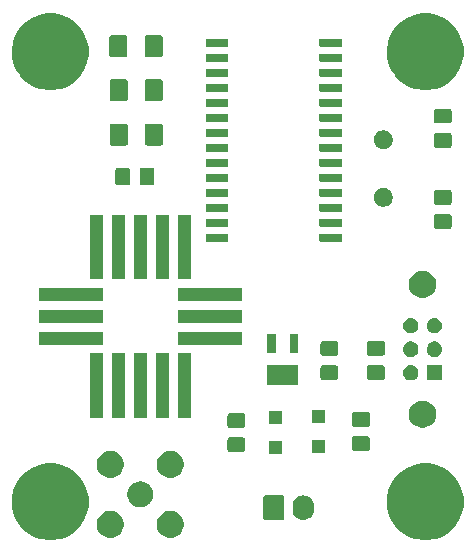
<source format=gbr>
G04 #@! TF.GenerationSoftware,KiCad,Pcbnew,(5.1.4)-1*
G04 #@! TF.CreationDate,2020-02-21T22:56:02-05:00*
G04 #@! TF.ProjectId,gps_2,6770735f-322e-46b6-9963-61645f706362,rev?*
G04 #@! TF.SameCoordinates,Original*
G04 #@! TF.FileFunction,Soldermask,Top*
G04 #@! TF.FilePolarity,Negative*
%FSLAX46Y46*%
G04 Gerber Fmt 4.6, Leading zero omitted, Abs format (unit mm)*
G04 Created by KiCad (PCBNEW (5.1.4)-1) date 2020-02-21 22:56:02*
%MOMM*%
%LPD*%
G04 APERTURE LIST*
%ADD10C,0.100000*%
G04 APERTURE END LIST*
D10*
G36*
X102488239Y-71995467D02*
G01*
X102802282Y-72057934D01*
X103393926Y-72303001D01*
X103926392Y-72658784D01*
X104379216Y-73111608D01*
X104734999Y-73644074D01*
X104893811Y-74027481D01*
X104980066Y-74235719D01*
X105093222Y-74804589D01*
X105105000Y-74863804D01*
X105105000Y-75504196D01*
X104980066Y-76132282D01*
X104734999Y-76723926D01*
X104566812Y-76975635D01*
X104415317Y-77202364D01*
X104379216Y-77256392D01*
X103926392Y-77709216D01*
X103393926Y-78064999D01*
X102802282Y-78310066D01*
X102488239Y-78372533D01*
X102174197Y-78435000D01*
X101533803Y-78435000D01*
X101219761Y-78372533D01*
X100905718Y-78310066D01*
X100314074Y-78064999D01*
X99781608Y-77709216D01*
X99328784Y-77256392D01*
X99292684Y-77202364D01*
X99141188Y-76975635D01*
X98973001Y-76723926D01*
X98727934Y-76132282D01*
X98603000Y-75504196D01*
X98603000Y-74863804D01*
X98614779Y-74804589D01*
X98727934Y-74235719D01*
X98814189Y-74027481D01*
X98973001Y-73644074D01*
X99328784Y-73111608D01*
X99781608Y-72658784D01*
X100314074Y-72303001D01*
X100905718Y-72057934D01*
X101219761Y-71995467D01*
X101533803Y-71933000D01*
X102174197Y-71933000D01*
X102488239Y-71995467D01*
X102488239Y-71995467D01*
G37*
G36*
X70738239Y-71995467D02*
G01*
X71052282Y-72057934D01*
X71643926Y-72303001D01*
X72176392Y-72658784D01*
X72629216Y-73111608D01*
X72984999Y-73644074D01*
X73143811Y-74027481D01*
X73230066Y-74235719D01*
X73343222Y-74804589D01*
X73355000Y-74863804D01*
X73355000Y-75504196D01*
X73230066Y-76132282D01*
X72984999Y-76723926D01*
X72816812Y-76975635D01*
X72665317Y-77202364D01*
X72629216Y-77256392D01*
X72176392Y-77709216D01*
X71643926Y-78064999D01*
X71052282Y-78310066D01*
X70738239Y-78372533D01*
X70424197Y-78435000D01*
X69783803Y-78435000D01*
X69469761Y-78372533D01*
X69155718Y-78310066D01*
X68564074Y-78064999D01*
X68031608Y-77709216D01*
X67578784Y-77256392D01*
X67542684Y-77202364D01*
X67391188Y-76975635D01*
X67223001Y-76723926D01*
X66977934Y-76132282D01*
X66853000Y-75504196D01*
X66853000Y-74863804D01*
X66864779Y-74804589D01*
X66977934Y-74235719D01*
X67064189Y-74027481D01*
X67223001Y-73644074D01*
X67578784Y-73111608D01*
X68031608Y-72658784D01*
X68564074Y-72303001D01*
X69155718Y-72057934D01*
X69469761Y-71995467D01*
X69783803Y-71933000D01*
X70424197Y-71933000D01*
X70738239Y-71995467D01*
X70738239Y-71995467D01*
G37*
G36*
X75408549Y-75960116D02*
G01*
X75519734Y-75982232D01*
X75729203Y-76068997D01*
X75917720Y-76194960D01*
X76078040Y-76355280D01*
X76204003Y-76543797D01*
X76290768Y-76753266D01*
X76335000Y-76975636D01*
X76335000Y-77202364D01*
X76290768Y-77424734D01*
X76204003Y-77634203D01*
X76078040Y-77822720D01*
X75917720Y-77983040D01*
X75729203Y-78109003D01*
X75519734Y-78195768D01*
X75408549Y-78217884D01*
X75297365Y-78240000D01*
X75070635Y-78240000D01*
X74959451Y-78217884D01*
X74848266Y-78195768D01*
X74638797Y-78109003D01*
X74450280Y-77983040D01*
X74289960Y-77822720D01*
X74163997Y-77634203D01*
X74077232Y-77424734D01*
X74033000Y-77202364D01*
X74033000Y-76975636D01*
X74077232Y-76753266D01*
X74163997Y-76543797D01*
X74289960Y-76355280D01*
X74450280Y-76194960D01*
X74638797Y-76068997D01*
X74848266Y-75982232D01*
X74959451Y-75960116D01*
X75070635Y-75938000D01*
X75297365Y-75938000D01*
X75408549Y-75960116D01*
X75408549Y-75960116D01*
G37*
G36*
X80488549Y-75960116D02*
G01*
X80599734Y-75982232D01*
X80809203Y-76068997D01*
X80997720Y-76194960D01*
X81158040Y-76355280D01*
X81284003Y-76543797D01*
X81370768Y-76753266D01*
X81415000Y-76975636D01*
X81415000Y-77202364D01*
X81370768Y-77424734D01*
X81284003Y-77634203D01*
X81158040Y-77822720D01*
X80997720Y-77983040D01*
X80809203Y-78109003D01*
X80599734Y-78195768D01*
X80488549Y-78217884D01*
X80377365Y-78240000D01*
X80150635Y-78240000D01*
X80039451Y-78217884D01*
X79928266Y-78195768D01*
X79718797Y-78109003D01*
X79530280Y-77983040D01*
X79369960Y-77822720D01*
X79243997Y-77634203D01*
X79157232Y-77424734D01*
X79113000Y-77202364D01*
X79113000Y-76975636D01*
X79157232Y-76753266D01*
X79243997Y-76543797D01*
X79369960Y-76355280D01*
X79530280Y-76194960D01*
X79718797Y-76068997D01*
X79928266Y-75982232D01*
X80039451Y-75960116D01*
X80150635Y-75938000D01*
X80377365Y-75938000D01*
X80488549Y-75960116D01*
X80488549Y-75960116D01*
G37*
G36*
X91703626Y-74654037D02*
G01*
X91873465Y-74705557D01*
X91873467Y-74705558D01*
X92029989Y-74789221D01*
X92167186Y-74901814D01*
X92250448Y-75003271D01*
X92279778Y-75039009D01*
X92363443Y-75195534D01*
X92414963Y-75365373D01*
X92428000Y-75497742D01*
X92428000Y-75886257D01*
X92414963Y-76018626D01*
X92363443Y-76188466D01*
X92279778Y-76344991D01*
X92271334Y-76355280D01*
X92167186Y-76482186D01*
X92092109Y-76543799D01*
X92029991Y-76594778D01*
X91873466Y-76678443D01*
X91703627Y-76729963D01*
X91527000Y-76747359D01*
X91350374Y-76729963D01*
X91180535Y-76678443D01*
X91024010Y-76594778D01*
X90886815Y-76482185D01*
X90774222Y-76344991D01*
X90690557Y-76188466D01*
X90639037Y-76018627D01*
X90626000Y-75886258D01*
X90626000Y-75497743D01*
X90639037Y-75365374D01*
X90690557Y-75195535D01*
X90774222Y-75039010D01*
X90774223Y-75039009D01*
X90886814Y-74901814D01*
X90988271Y-74818552D01*
X91024009Y-74789222D01*
X91180534Y-74705557D01*
X91350373Y-74654037D01*
X91527000Y-74636641D01*
X91703626Y-74654037D01*
X91703626Y-74654037D01*
G37*
G36*
X89785600Y-74644989D02*
G01*
X89818652Y-74655015D01*
X89849103Y-74671292D01*
X89875799Y-74693201D01*
X89897708Y-74719897D01*
X89913985Y-74750348D01*
X89924011Y-74783400D01*
X89928000Y-74823903D01*
X89928000Y-76560097D01*
X89924011Y-76600600D01*
X89913985Y-76633652D01*
X89897708Y-76664103D01*
X89875799Y-76690799D01*
X89849103Y-76712708D01*
X89818652Y-76728985D01*
X89785600Y-76739011D01*
X89745097Y-76743000D01*
X88308903Y-76743000D01*
X88268400Y-76739011D01*
X88235348Y-76728985D01*
X88204897Y-76712708D01*
X88178201Y-76690799D01*
X88156292Y-76664103D01*
X88140015Y-76633652D01*
X88129989Y-76600600D01*
X88126000Y-76560097D01*
X88126000Y-74823903D01*
X88129989Y-74783400D01*
X88140015Y-74750348D01*
X88156292Y-74719897D01*
X88178201Y-74693201D01*
X88204897Y-74671292D01*
X88235348Y-74655015D01*
X88268400Y-74644989D01*
X88308903Y-74641000D01*
X89745097Y-74641000D01*
X89785600Y-74644989D01*
X89785600Y-74644989D01*
G37*
G36*
X77938795Y-73469156D02*
G01*
X78045150Y-73490311D01*
X78245520Y-73573307D01*
X78425844Y-73693795D01*
X78579205Y-73847156D01*
X78699693Y-74027480D01*
X78782689Y-74227851D01*
X78825000Y-74440560D01*
X78825000Y-74657440D01*
X78815429Y-74705557D01*
X78783952Y-74863803D01*
X78782689Y-74870149D01*
X78699693Y-75070520D01*
X78579205Y-75250844D01*
X78425844Y-75404205D01*
X78245520Y-75524693D01*
X78045150Y-75607689D01*
X77938794Y-75628845D01*
X77832440Y-75650000D01*
X77615560Y-75650000D01*
X77509206Y-75628845D01*
X77402850Y-75607689D01*
X77202480Y-75524693D01*
X77022156Y-75404205D01*
X76868795Y-75250844D01*
X76748307Y-75070520D01*
X76665311Y-74870149D01*
X76664049Y-74863803D01*
X76632571Y-74705557D01*
X76623000Y-74657440D01*
X76623000Y-74440560D01*
X76665311Y-74227851D01*
X76748307Y-74027480D01*
X76868795Y-73847156D01*
X77022156Y-73693795D01*
X77202480Y-73573307D01*
X77402850Y-73490311D01*
X77509205Y-73469156D01*
X77615560Y-73448000D01*
X77832440Y-73448000D01*
X77938795Y-73469156D01*
X77938795Y-73469156D01*
G37*
G36*
X80436536Y-70869770D02*
G01*
X80599734Y-70902232D01*
X80713931Y-70949534D01*
X80797140Y-70984000D01*
X80809203Y-70988997D01*
X80997720Y-71114960D01*
X81158040Y-71275280D01*
X81284003Y-71463797D01*
X81370768Y-71673266D01*
X81415000Y-71895636D01*
X81415000Y-72122364D01*
X81370768Y-72344734D01*
X81284003Y-72554203D01*
X81158040Y-72742720D01*
X80997720Y-72903040D01*
X80809203Y-73029003D01*
X80599734Y-73115768D01*
X80488549Y-73137884D01*
X80377365Y-73160000D01*
X80150635Y-73160000D01*
X80039451Y-73137884D01*
X79928266Y-73115768D01*
X79718797Y-73029003D01*
X79530280Y-72903040D01*
X79369960Y-72742720D01*
X79243997Y-72554203D01*
X79157232Y-72344734D01*
X79113000Y-72122364D01*
X79113000Y-71895636D01*
X79157232Y-71673266D01*
X79243997Y-71463797D01*
X79369960Y-71275280D01*
X79530280Y-71114960D01*
X79718797Y-70988997D01*
X79730861Y-70984000D01*
X79814069Y-70949534D01*
X79928266Y-70902232D01*
X80091464Y-70869770D01*
X80150635Y-70858000D01*
X80377365Y-70858000D01*
X80436536Y-70869770D01*
X80436536Y-70869770D01*
G37*
G36*
X75356536Y-70869770D02*
G01*
X75519734Y-70902232D01*
X75633931Y-70949534D01*
X75717140Y-70984000D01*
X75729203Y-70988997D01*
X75917720Y-71114960D01*
X76078040Y-71275280D01*
X76204003Y-71463797D01*
X76290768Y-71673266D01*
X76335000Y-71895636D01*
X76335000Y-72122364D01*
X76290768Y-72344734D01*
X76204003Y-72554203D01*
X76078040Y-72742720D01*
X75917720Y-72903040D01*
X75729203Y-73029003D01*
X75519734Y-73115768D01*
X75408549Y-73137884D01*
X75297365Y-73160000D01*
X75070635Y-73160000D01*
X74959451Y-73137884D01*
X74848266Y-73115768D01*
X74638797Y-73029003D01*
X74450280Y-72903040D01*
X74289960Y-72742720D01*
X74163997Y-72554203D01*
X74077232Y-72344734D01*
X74033000Y-72122364D01*
X74033000Y-71895636D01*
X74077232Y-71673266D01*
X74163997Y-71463797D01*
X74289960Y-71275280D01*
X74450280Y-71114960D01*
X74638797Y-70988997D01*
X74650861Y-70984000D01*
X74734069Y-70949534D01*
X74848266Y-70902232D01*
X75011464Y-70869770D01*
X75070635Y-70858000D01*
X75297365Y-70858000D01*
X75356536Y-70869770D01*
X75356536Y-70869770D01*
G37*
G36*
X89705000Y-71123000D02*
G01*
X88603000Y-71123000D01*
X88603000Y-70021000D01*
X89705000Y-70021000D01*
X89705000Y-71123000D01*
X89705000Y-71123000D01*
G37*
G36*
X93388000Y-71036000D02*
G01*
X92286000Y-71036000D01*
X92286000Y-69934000D01*
X93388000Y-69934000D01*
X93388000Y-71036000D01*
X93388000Y-71036000D01*
G37*
G36*
X86440674Y-69736465D02*
G01*
X86478367Y-69747899D01*
X86513103Y-69766466D01*
X86543548Y-69791452D01*
X86568534Y-69821897D01*
X86587101Y-69856633D01*
X86598535Y-69894326D01*
X86603000Y-69939661D01*
X86603000Y-70776339D01*
X86598535Y-70821674D01*
X86587101Y-70859367D01*
X86568534Y-70894103D01*
X86543548Y-70924548D01*
X86513103Y-70949534D01*
X86478367Y-70968101D01*
X86440674Y-70979535D01*
X86395339Y-70984000D01*
X85308661Y-70984000D01*
X85263326Y-70979535D01*
X85225633Y-70968101D01*
X85190897Y-70949534D01*
X85160452Y-70924548D01*
X85135466Y-70894103D01*
X85116899Y-70859367D01*
X85105465Y-70821674D01*
X85101000Y-70776339D01*
X85101000Y-69939661D01*
X85105465Y-69894326D01*
X85116899Y-69856633D01*
X85135466Y-69821897D01*
X85160452Y-69791452D01*
X85190897Y-69766466D01*
X85225633Y-69747899D01*
X85263326Y-69736465D01*
X85308661Y-69732000D01*
X86395339Y-69732000D01*
X86440674Y-69736465D01*
X86440674Y-69736465D01*
G37*
G36*
X96981674Y-69627465D02*
G01*
X97019367Y-69638899D01*
X97054103Y-69657466D01*
X97084548Y-69682452D01*
X97109534Y-69712897D01*
X97128101Y-69747633D01*
X97139535Y-69785326D01*
X97144000Y-69830661D01*
X97144000Y-70667339D01*
X97139535Y-70712674D01*
X97128101Y-70750367D01*
X97109534Y-70785103D01*
X97084548Y-70815548D01*
X97054103Y-70840534D01*
X97019367Y-70859101D01*
X96981674Y-70870535D01*
X96936339Y-70875000D01*
X95849661Y-70875000D01*
X95804326Y-70870535D01*
X95766633Y-70859101D01*
X95731897Y-70840534D01*
X95701452Y-70815548D01*
X95676466Y-70785103D01*
X95657899Y-70750367D01*
X95646465Y-70712674D01*
X95642000Y-70667339D01*
X95642000Y-69830661D01*
X95646465Y-69785326D01*
X95657899Y-69747633D01*
X95676466Y-69712897D01*
X95701452Y-69682452D01*
X95731897Y-69657466D01*
X95766633Y-69638899D01*
X95804326Y-69627465D01*
X95849661Y-69623000D01*
X96936339Y-69623000D01*
X96981674Y-69627465D01*
X96981674Y-69627465D01*
G37*
G36*
X86440674Y-67686465D02*
G01*
X86478367Y-67697899D01*
X86513103Y-67716466D01*
X86543548Y-67741452D01*
X86568534Y-67771897D01*
X86587101Y-67806633D01*
X86598535Y-67844326D01*
X86603000Y-67889661D01*
X86603000Y-68726339D01*
X86598535Y-68771674D01*
X86587101Y-68809367D01*
X86568534Y-68844103D01*
X86543548Y-68874548D01*
X86513103Y-68899534D01*
X86478367Y-68918101D01*
X86440674Y-68929535D01*
X86395339Y-68934000D01*
X85308661Y-68934000D01*
X85263326Y-68929535D01*
X85225633Y-68918101D01*
X85190897Y-68899534D01*
X85160452Y-68874548D01*
X85135466Y-68844103D01*
X85116899Y-68809367D01*
X85105465Y-68771674D01*
X85101000Y-68726339D01*
X85101000Y-67889661D01*
X85105465Y-67844326D01*
X85116899Y-67806633D01*
X85135466Y-67771897D01*
X85160452Y-67741452D01*
X85190897Y-67716466D01*
X85225633Y-67697899D01*
X85263326Y-67686465D01*
X85308661Y-67682000D01*
X86395339Y-67682000D01*
X86440674Y-67686465D01*
X86440674Y-67686465D01*
G37*
G36*
X101840549Y-66633116D02*
G01*
X101951734Y-66655232D01*
X102161203Y-66741997D01*
X102349720Y-66867960D01*
X102510040Y-67028280D01*
X102636003Y-67216797D01*
X102722768Y-67426266D01*
X102767000Y-67648636D01*
X102767000Y-67875364D01*
X102722768Y-68097734D01*
X102636003Y-68307203D01*
X102510040Y-68495720D01*
X102349720Y-68656040D01*
X102161203Y-68782003D01*
X102161202Y-68782004D01*
X102161201Y-68782004D01*
X102107417Y-68804282D01*
X101951734Y-68868768D01*
X101854389Y-68888131D01*
X101729365Y-68913000D01*
X101502635Y-68913000D01*
X101377611Y-68888131D01*
X101280266Y-68868768D01*
X101124583Y-68804282D01*
X101070799Y-68782004D01*
X101070798Y-68782004D01*
X101070797Y-68782003D01*
X100882280Y-68656040D01*
X100721960Y-68495720D01*
X100595997Y-68307203D01*
X100509232Y-68097734D01*
X100465000Y-67875364D01*
X100465000Y-67648636D01*
X100509232Y-67426266D01*
X100595997Y-67216797D01*
X100721960Y-67028280D01*
X100882280Y-66867960D01*
X101070797Y-66741997D01*
X101280266Y-66655232D01*
X101391451Y-66633116D01*
X101502635Y-66611000D01*
X101729365Y-66611000D01*
X101840549Y-66633116D01*
X101840549Y-66633116D01*
G37*
G36*
X96981674Y-67577465D02*
G01*
X97019367Y-67588899D01*
X97054103Y-67607466D01*
X97084548Y-67632452D01*
X97109534Y-67662897D01*
X97128101Y-67697633D01*
X97139535Y-67735326D01*
X97144000Y-67780661D01*
X97144000Y-68617339D01*
X97139535Y-68662674D01*
X97128101Y-68700367D01*
X97109534Y-68735103D01*
X97084548Y-68765548D01*
X97054103Y-68790534D01*
X97019367Y-68809101D01*
X96981674Y-68820535D01*
X96936339Y-68825000D01*
X95849661Y-68825000D01*
X95804326Y-68820535D01*
X95766633Y-68809101D01*
X95731897Y-68790534D01*
X95701452Y-68765548D01*
X95676466Y-68735103D01*
X95657899Y-68700367D01*
X95646465Y-68662674D01*
X95642000Y-68617339D01*
X95642000Y-67780661D01*
X95646465Y-67735326D01*
X95657899Y-67697633D01*
X95676466Y-67662897D01*
X95701452Y-67632452D01*
X95731897Y-67607466D01*
X95766633Y-67588899D01*
X95804326Y-67577465D01*
X95849661Y-67573000D01*
X96936339Y-67573000D01*
X96981674Y-67577465D01*
X96981674Y-67577465D01*
G37*
G36*
X89705000Y-68623000D02*
G01*
X88603000Y-68623000D01*
X88603000Y-67521000D01*
X89705000Y-67521000D01*
X89705000Y-68623000D01*
X89705000Y-68623000D01*
G37*
G36*
X93388000Y-68536000D02*
G01*
X92286000Y-68536000D01*
X92286000Y-67434000D01*
X93388000Y-67434000D01*
X93388000Y-68536000D01*
X93388000Y-68536000D01*
G37*
G36*
X81975000Y-68070000D02*
G01*
X80873000Y-68070000D01*
X80873000Y-62618000D01*
X81975000Y-62618000D01*
X81975000Y-68070000D01*
X81975000Y-68070000D01*
G37*
G36*
X74575000Y-68070000D02*
G01*
X73473000Y-68070000D01*
X73473000Y-62618000D01*
X74575000Y-62618000D01*
X74575000Y-68070000D01*
X74575000Y-68070000D01*
G37*
G36*
X76425000Y-68070000D02*
G01*
X75323000Y-68070000D01*
X75323000Y-62618000D01*
X76425000Y-62618000D01*
X76425000Y-68070000D01*
X76425000Y-68070000D01*
G37*
G36*
X80125000Y-68070000D02*
G01*
X79023000Y-68070000D01*
X79023000Y-62618000D01*
X80125000Y-62618000D01*
X80125000Y-68070000D01*
X80125000Y-68070000D01*
G37*
G36*
X78275000Y-68070000D02*
G01*
X77173000Y-68070000D01*
X77173000Y-62618000D01*
X78275000Y-62618000D01*
X78275000Y-68070000D01*
X78275000Y-68070000D01*
G37*
G36*
X91115000Y-65300000D02*
G01*
X88463000Y-65300000D01*
X88463000Y-63638000D01*
X91115000Y-63638000D01*
X91115000Y-65300000D01*
X91115000Y-65300000D01*
G37*
G36*
X100805890Y-63636017D02*
G01*
X100898721Y-63674469D01*
X100924364Y-63685091D01*
X101030988Y-63756335D01*
X101121665Y-63847012D01*
X101192909Y-63953636D01*
X101241983Y-64072110D01*
X101267000Y-64197882D01*
X101267000Y-64326118D01*
X101241983Y-64451890D01*
X101192909Y-64570364D01*
X101121665Y-64676988D01*
X101030988Y-64767665D01*
X100924364Y-64838909D01*
X100924363Y-64838910D01*
X100924362Y-64838910D01*
X100805890Y-64887983D01*
X100680119Y-64913000D01*
X100551881Y-64913000D01*
X100426110Y-64887983D01*
X100307638Y-64838910D01*
X100307637Y-64838910D01*
X100307636Y-64838909D01*
X100201012Y-64767665D01*
X100110335Y-64676988D01*
X100039091Y-64570364D01*
X99990017Y-64451890D01*
X99965000Y-64326118D01*
X99965000Y-64197882D01*
X99990017Y-64072110D01*
X100039091Y-63953636D01*
X100110335Y-63847012D01*
X100201012Y-63756335D01*
X100307636Y-63685091D01*
X100333280Y-63674469D01*
X100426110Y-63636017D01*
X100551881Y-63611000D01*
X100680119Y-63611000D01*
X100805890Y-63636017D01*
X100805890Y-63636017D01*
G37*
G36*
X103267000Y-64913000D02*
G01*
X101965000Y-64913000D01*
X101965000Y-63611000D01*
X103267000Y-63611000D01*
X103267000Y-64913000D01*
X103267000Y-64913000D01*
G37*
G36*
X94314674Y-63633065D02*
G01*
X94352367Y-63644499D01*
X94387103Y-63663066D01*
X94417548Y-63688052D01*
X94442534Y-63718497D01*
X94461101Y-63753233D01*
X94472535Y-63790926D01*
X94477000Y-63836261D01*
X94477000Y-64672939D01*
X94472535Y-64718274D01*
X94461101Y-64755967D01*
X94442534Y-64790703D01*
X94417548Y-64821148D01*
X94387103Y-64846134D01*
X94352367Y-64864701D01*
X94314674Y-64876135D01*
X94269339Y-64880600D01*
X93182661Y-64880600D01*
X93137326Y-64876135D01*
X93099633Y-64864701D01*
X93064897Y-64846134D01*
X93034452Y-64821148D01*
X93009466Y-64790703D01*
X92990899Y-64755967D01*
X92979465Y-64718274D01*
X92975000Y-64672939D01*
X92975000Y-63836261D01*
X92979465Y-63790926D01*
X92990899Y-63753233D01*
X93009466Y-63718497D01*
X93034452Y-63688052D01*
X93064897Y-63663066D01*
X93099633Y-63644499D01*
X93137326Y-63633065D01*
X93182661Y-63628600D01*
X94269339Y-63628600D01*
X94314674Y-63633065D01*
X94314674Y-63633065D01*
G37*
G36*
X98251674Y-63615065D02*
G01*
X98289367Y-63626499D01*
X98324103Y-63645066D01*
X98354548Y-63670052D01*
X98379534Y-63700497D01*
X98398101Y-63735233D01*
X98409535Y-63772926D01*
X98414000Y-63818261D01*
X98414000Y-64654939D01*
X98409535Y-64700274D01*
X98398101Y-64737967D01*
X98379534Y-64772703D01*
X98354548Y-64803148D01*
X98324103Y-64828134D01*
X98289367Y-64846701D01*
X98251674Y-64858135D01*
X98206339Y-64862600D01*
X97119661Y-64862600D01*
X97074326Y-64858135D01*
X97036633Y-64846701D01*
X97001897Y-64828134D01*
X96971452Y-64803148D01*
X96946466Y-64772703D01*
X96927899Y-64737967D01*
X96916465Y-64700274D01*
X96912000Y-64654939D01*
X96912000Y-63818261D01*
X96916465Y-63772926D01*
X96927899Y-63735233D01*
X96946466Y-63700497D01*
X96971452Y-63670052D01*
X97001897Y-63645066D01*
X97036633Y-63626499D01*
X97074326Y-63615065D01*
X97119661Y-63610600D01*
X98206339Y-63610600D01*
X98251674Y-63615065D01*
X98251674Y-63615065D01*
G37*
G36*
X102805890Y-61636017D02*
G01*
X102915845Y-61681562D01*
X102924364Y-61685091D01*
X102946021Y-61699562D01*
X103030988Y-61756335D01*
X103121665Y-61847012D01*
X103192910Y-61953638D01*
X103241983Y-62072110D01*
X103267000Y-62197881D01*
X103267000Y-62326119D01*
X103241983Y-62451890D01*
X103205310Y-62540427D01*
X103192909Y-62570364D01*
X103121665Y-62676988D01*
X103030988Y-62767665D01*
X102924364Y-62838909D01*
X102924363Y-62838910D01*
X102924362Y-62838910D01*
X102805890Y-62887983D01*
X102680119Y-62913000D01*
X102551881Y-62913000D01*
X102426110Y-62887983D01*
X102307638Y-62838910D01*
X102307637Y-62838910D01*
X102307636Y-62838909D01*
X102201012Y-62767665D01*
X102110335Y-62676988D01*
X102039091Y-62570364D01*
X102026691Y-62540427D01*
X101990017Y-62451890D01*
X101965000Y-62326119D01*
X101965000Y-62197881D01*
X101990017Y-62072110D01*
X102039090Y-61953638D01*
X102110335Y-61847012D01*
X102201012Y-61756335D01*
X102285979Y-61699562D01*
X102307636Y-61685091D01*
X102316156Y-61681562D01*
X102426110Y-61636017D01*
X102551881Y-61611000D01*
X102680119Y-61611000D01*
X102805890Y-61636017D01*
X102805890Y-61636017D01*
G37*
G36*
X100805890Y-61636017D02*
G01*
X100915845Y-61681562D01*
X100924364Y-61685091D01*
X100946021Y-61699562D01*
X101030988Y-61756335D01*
X101121665Y-61847012D01*
X101192910Y-61953638D01*
X101241983Y-62072110D01*
X101267000Y-62197881D01*
X101267000Y-62326119D01*
X101241983Y-62451890D01*
X101205310Y-62540427D01*
X101192909Y-62570364D01*
X101121665Y-62676988D01*
X101030988Y-62767665D01*
X100924364Y-62838909D01*
X100924363Y-62838910D01*
X100924362Y-62838910D01*
X100805890Y-62887983D01*
X100680119Y-62913000D01*
X100551881Y-62913000D01*
X100426110Y-62887983D01*
X100307638Y-62838910D01*
X100307637Y-62838910D01*
X100307636Y-62838909D01*
X100201012Y-62767665D01*
X100110335Y-62676988D01*
X100039091Y-62570364D01*
X100026691Y-62540427D01*
X99990017Y-62451890D01*
X99965000Y-62326119D01*
X99965000Y-62197881D01*
X99990017Y-62072110D01*
X100039090Y-61953638D01*
X100110335Y-61847012D01*
X100201012Y-61756335D01*
X100285979Y-61699562D01*
X100307636Y-61685091D01*
X100316156Y-61681562D01*
X100426110Y-61636017D01*
X100551881Y-61611000D01*
X100680119Y-61611000D01*
X100805890Y-61636017D01*
X100805890Y-61636017D01*
G37*
G36*
X94314674Y-61583065D02*
G01*
X94352367Y-61594499D01*
X94387103Y-61613066D01*
X94417548Y-61638052D01*
X94442534Y-61668497D01*
X94461101Y-61703233D01*
X94472535Y-61740926D01*
X94477000Y-61786261D01*
X94477000Y-62622939D01*
X94472535Y-62668274D01*
X94461101Y-62705967D01*
X94442534Y-62740703D01*
X94417548Y-62771148D01*
X94387103Y-62796134D01*
X94352367Y-62814701D01*
X94314674Y-62826135D01*
X94269339Y-62830600D01*
X93182661Y-62830600D01*
X93137326Y-62826135D01*
X93099633Y-62814701D01*
X93064897Y-62796134D01*
X93034452Y-62771148D01*
X93009466Y-62740703D01*
X92990899Y-62705967D01*
X92979465Y-62668274D01*
X92975000Y-62622939D01*
X92975000Y-61786261D01*
X92979465Y-61740926D01*
X92990899Y-61703233D01*
X93009466Y-61668497D01*
X93034452Y-61638052D01*
X93064897Y-61613066D01*
X93099633Y-61594499D01*
X93137326Y-61583065D01*
X93182661Y-61578600D01*
X94269339Y-61578600D01*
X94314674Y-61583065D01*
X94314674Y-61583065D01*
G37*
G36*
X98251674Y-61565065D02*
G01*
X98289367Y-61576499D01*
X98324103Y-61595066D01*
X98354548Y-61620052D01*
X98379534Y-61650497D01*
X98398101Y-61685233D01*
X98409535Y-61722926D01*
X98414000Y-61768261D01*
X98414000Y-62604939D01*
X98409535Y-62650274D01*
X98398101Y-62687967D01*
X98379534Y-62722703D01*
X98354548Y-62753148D01*
X98324103Y-62778134D01*
X98289367Y-62796701D01*
X98251674Y-62808135D01*
X98206339Y-62812600D01*
X97119661Y-62812600D01*
X97074326Y-62808135D01*
X97036633Y-62796701D01*
X97001897Y-62778134D01*
X96971452Y-62753148D01*
X96946466Y-62722703D01*
X96927899Y-62687967D01*
X96916465Y-62650274D01*
X96912000Y-62604939D01*
X96912000Y-61768261D01*
X96916465Y-61722926D01*
X96927899Y-61685233D01*
X96946466Y-61650497D01*
X96971452Y-61620052D01*
X97001897Y-61595066D01*
X97036633Y-61576499D01*
X97074326Y-61565065D01*
X97119661Y-61560600D01*
X98206339Y-61560600D01*
X98251674Y-61565065D01*
X98251674Y-61565065D01*
G37*
G36*
X89215000Y-62600000D02*
G01*
X88463000Y-62600000D01*
X88463000Y-60938000D01*
X89215000Y-60938000D01*
X89215000Y-62600000D01*
X89215000Y-62600000D01*
G37*
G36*
X91115000Y-62600000D02*
G01*
X90363000Y-62600000D01*
X90363000Y-60938000D01*
X91115000Y-60938000D01*
X91115000Y-62600000D01*
X91115000Y-62600000D01*
G37*
G36*
X86325000Y-61870000D02*
G01*
X80873000Y-61870000D01*
X80873000Y-60768000D01*
X86325000Y-60768000D01*
X86325000Y-61870000D01*
X86325000Y-61870000D01*
G37*
G36*
X74575000Y-61870000D02*
G01*
X69123000Y-61870000D01*
X69123000Y-60768000D01*
X74575000Y-60768000D01*
X74575000Y-61870000D01*
X74575000Y-61870000D01*
G37*
G36*
X102805890Y-59636017D02*
G01*
X102924364Y-59685091D01*
X103030988Y-59756335D01*
X103121665Y-59847012D01*
X103192909Y-59953636D01*
X103241983Y-60072110D01*
X103267000Y-60197882D01*
X103267000Y-60326118D01*
X103241983Y-60451890D01*
X103192909Y-60570364D01*
X103121665Y-60676988D01*
X103030988Y-60767665D01*
X102924364Y-60838909D01*
X102924363Y-60838910D01*
X102924362Y-60838910D01*
X102805890Y-60887983D01*
X102680119Y-60913000D01*
X102551881Y-60913000D01*
X102426110Y-60887983D01*
X102307638Y-60838910D01*
X102307637Y-60838910D01*
X102307636Y-60838909D01*
X102201012Y-60767665D01*
X102110335Y-60676988D01*
X102039091Y-60570364D01*
X101990017Y-60451890D01*
X101965000Y-60326118D01*
X101965000Y-60197882D01*
X101990017Y-60072110D01*
X102039091Y-59953636D01*
X102110335Y-59847012D01*
X102201012Y-59756335D01*
X102307636Y-59685091D01*
X102426110Y-59636017D01*
X102551881Y-59611000D01*
X102680119Y-59611000D01*
X102805890Y-59636017D01*
X102805890Y-59636017D01*
G37*
G36*
X100805890Y-59636017D02*
G01*
X100924364Y-59685091D01*
X101030988Y-59756335D01*
X101121665Y-59847012D01*
X101192909Y-59953636D01*
X101241983Y-60072110D01*
X101267000Y-60197882D01*
X101267000Y-60326118D01*
X101241983Y-60451890D01*
X101192909Y-60570364D01*
X101121665Y-60676988D01*
X101030988Y-60767665D01*
X100924364Y-60838909D01*
X100924363Y-60838910D01*
X100924362Y-60838910D01*
X100805890Y-60887983D01*
X100680119Y-60913000D01*
X100551881Y-60913000D01*
X100426110Y-60887983D01*
X100307638Y-60838910D01*
X100307637Y-60838910D01*
X100307636Y-60838909D01*
X100201012Y-60767665D01*
X100110335Y-60676988D01*
X100039091Y-60570364D01*
X99990017Y-60451890D01*
X99965000Y-60326118D01*
X99965000Y-60197882D01*
X99990017Y-60072110D01*
X100039091Y-59953636D01*
X100110335Y-59847012D01*
X100201012Y-59756335D01*
X100307636Y-59685091D01*
X100426110Y-59636017D01*
X100551881Y-59611000D01*
X100680119Y-59611000D01*
X100805890Y-59636017D01*
X100805890Y-59636017D01*
G37*
G36*
X86325000Y-60020000D02*
G01*
X80873000Y-60020000D01*
X80873000Y-58918000D01*
X86325000Y-58918000D01*
X86325000Y-60020000D01*
X86325000Y-60020000D01*
G37*
G36*
X74575000Y-60020000D02*
G01*
X69123000Y-60020000D01*
X69123000Y-58918000D01*
X74575000Y-58918000D01*
X74575000Y-60020000D01*
X74575000Y-60020000D01*
G37*
G36*
X74575000Y-58170000D02*
G01*
X69123000Y-58170000D01*
X69123000Y-57068000D01*
X74575000Y-57068000D01*
X74575000Y-58170000D01*
X74575000Y-58170000D01*
G37*
G36*
X86325000Y-58170000D02*
G01*
X80873000Y-58170000D01*
X80873000Y-57068000D01*
X86325000Y-57068000D01*
X86325000Y-58170000D01*
X86325000Y-58170000D01*
G37*
G36*
X101840549Y-55633116D02*
G01*
X101951734Y-55655232D01*
X102161203Y-55741997D01*
X102349720Y-55867960D01*
X102510040Y-56028280D01*
X102636003Y-56216797D01*
X102722768Y-56426266D01*
X102767000Y-56648636D01*
X102767000Y-56875364D01*
X102722768Y-57097734D01*
X102636003Y-57307203D01*
X102510040Y-57495720D01*
X102349720Y-57656040D01*
X102161203Y-57782003D01*
X101951734Y-57868768D01*
X101840549Y-57890884D01*
X101729365Y-57913000D01*
X101502635Y-57913000D01*
X101391451Y-57890884D01*
X101280266Y-57868768D01*
X101070797Y-57782003D01*
X100882280Y-57656040D01*
X100721960Y-57495720D01*
X100595997Y-57307203D01*
X100509232Y-57097734D01*
X100465000Y-56875364D01*
X100465000Y-56648636D01*
X100509232Y-56426266D01*
X100595997Y-56216797D01*
X100721960Y-56028280D01*
X100882280Y-55867960D01*
X101070797Y-55741997D01*
X101280266Y-55655232D01*
X101391451Y-55633116D01*
X101502635Y-55611000D01*
X101729365Y-55611000D01*
X101840549Y-55633116D01*
X101840549Y-55633116D01*
G37*
G36*
X74575000Y-56320000D02*
G01*
X73473000Y-56320000D01*
X73473000Y-50868000D01*
X74575000Y-50868000D01*
X74575000Y-56320000D01*
X74575000Y-56320000D01*
G37*
G36*
X76425000Y-56320000D02*
G01*
X75323000Y-56320000D01*
X75323000Y-50868000D01*
X76425000Y-50868000D01*
X76425000Y-56320000D01*
X76425000Y-56320000D01*
G37*
G36*
X80125000Y-56320000D02*
G01*
X79023000Y-56320000D01*
X79023000Y-50868000D01*
X80125000Y-50868000D01*
X80125000Y-56320000D01*
X80125000Y-56320000D01*
G37*
G36*
X81975000Y-56320000D02*
G01*
X80873000Y-56320000D01*
X80873000Y-50868000D01*
X81975000Y-50868000D01*
X81975000Y-56320000D01*
X81975000Y-56320000D01*
G37*
G36*
X78275000Y-56320000D02*
G01*
X77173000Y-56320000D01*
X77173000Y-50868000D01*
X78275000Y-50868000D01*
X78275000Y-56320000D01*
X78275000Y-56320000D01*
G37*
G36*
X85086928Y-52483764D02*
G01*
X85108009Y-52490160D01*
X85127445Y-52500548D01*
X85144476Y-52514524D01*
X85158452Y-52531555D01*
X85168840Y-52550991D01*
X85175236Y-52572072D01*
X85178000Y-52600140D01*
X85178000Y-53063860D01*
X85175236Y-53091928D01*
X85168840Y-53113009D01*
X85158452Y-53132445D01*
X85144476Y-53149476D01*
X85127445Y-53163452D01*
X85108009Y-53173840D01*
X85086928Y-53180236D01*
X85058860Y-53183000D01*
X83395140Y-53183000D01*
X83367072Y-53180236D01*
X83345991Y-53173840D01*
X83326555Y-53163452D01*
X83309524Y-53149476D01*
X83295548Y-53132445D01*
X83285160Y-53113009D01*
X83278764Y-53091928D01*
X83276000Y-53063860D01*
X83276000Y-52600140D01*
X83278764Y-52572072D01*
X83285160Y-52550991D01*
X83295548Y-52531555D01*
X83309524Y-52514524D01*
X83326555Y-52500548D01*
X83345991Y-52490160D01*
X83367072Y-52483764D01*
X83395140Y-52481000D01*
X85058860Y-52481000D01*
X85086928Y-52483764D01*
X85086928Y-52483764D01*
G37*
G36*
X94686928Y-52483764D02*
G01*
X94708009Y-52490160D01*
X94727445Y-52500548D01*
X94744476Y-52514524D01*
X94758452Y-52531555D01*
X94768840Y-52550991D01*
X94775236Y-52572072D01*
X94778000Y-52600140D01*
X94778000Y-53063860D01*
X94775236Y-53091928D01*
X94768840Y-53113009D01*
X94758452Y-53132445D01*
X94744476Y-53149476D01*
X94727445Y-53163452D01*
X94708009Y-53173840D01*
X94686928Y-53180236D01*
X94658860Y-53183000D01*
X92995140Y-53183000D01*
X92967072Y-53180236D01*
X92945991Y-53173840D01*
X92926555Y-53163452D01*
X92909524Y-53149476D01*
X92895548Y-53132445D01*
X92885160Y-53113009D01*
X92878764Y-53091928D01*
X92876000Y-53063860D01*
X92876000Y-52600140D01*
X92878764Y-52572072D01*
X92885160Y-52550991D01*
X92895548Y-52531555D01*
X92909524Y-52514524D01*
X92926555Y-52500548D01*
X92945991Y-52490160D01*
X92967072Y-52483764D01*
X92995140Y-52481000D01*
X94658860Y-52481000D01*
X94686928Y-52483764D01*
X94686928Y-52483764D01*
G37*
G36*
X103915874Y-50831465D02*
G01*
X103953567Y-50842899D01*
X103988303Y-50861466D01*
X104018748Y-50886452D01*
X104043734Y-50916897D01*
X104062301Y-50951633D01*
X104073735Y-50989326D01*
X104078200Y-51034661D01*
X104078200Y-51871339D01*
X104073735Y-51916674D01*
X104062301Y-51954367D01*
X104043734Y-51989103D01*
X104018748Y-52019548D01*
X103988303Y-52044534D01*
X103953567Y-52063101D01*
X103915874Y-52074535D01*
X103870539Y-52079000D01*
X102783861Y-52079000D01*
X102738526Y-52074535D01*
X102700833Y-52063101D01*
X102666097Y-52044534D01*
X102635652Y-52019548D01*
X102610666Y-51989103D01*
X102592099Y-51954367D01*
X102580665Y-51916674D01*
X102576200Y-51871339D01*
X102576200Y-51034661D01*
X102580665Y-50989326D01*
X102592099Y-50951633D01*
X102610666Y-50916897D01*
X102635652Y-50886452D01*
X102666097Y-50861466D01*
X102700833Y-50842899D01*
X102738526Y-50831465D01*
X102783861Y-50827000D01*
X103870539Y-50827000D01*
X103915874Y-50831465D01*
X103915874Y-50831465D01*
G37*
G36*
X85086928Y-51213764D02*
G01*
X85108009Y-51220160D01*
X85127445Y-51230548D01*
X85144476Y-51244524D01*
X85158452Y-51261555D01*
X85168840Y-51280991D01*
X85175236Y-51302072D01*
X85178000Y-51330140D01*
X85178000Y-51793860D01*
X85175236Y-51821928D01*
X85168840Y-51843009D01*
X85158452Y-51862445D01*
X85144476Y-51879476D01*
X85127445Y-51893452D01*
X85108009Y-51903840D01*
X85086928Y-51910236D01*
X85058860Y-51913000D01*
X83395140Y-51913000D01*
X83367072Y-51910236D01*
X83345991Y-51903840D01*
X83326555Y-51893452D01*
X83309524Y-51879476D01*
X83295548Y-51862445D01*
X83285160Y-51843009D01*
X83278764Y-51821928D01*
X83276000Y-51793860D01*
X83276000Y-51330140D01*
X83278764Y-51302072D01*
X83285160Y-51280991D01*
X83295548Y-51261555D01*
X83309524Y-51244524D01*
X83326555Y-51230548D01*
X83345991Y-51220160D01*
X83367072Y-51213764D01*
X83395140Y-51211000D01*
X85058860Y-51211000D01*
X85086928Y-51213764D01*
X85086928Y-51213764D01*
G37*
G36*
X94686928Y-51213764D02*
G01*
X94708009Y-51220160D01*
X94727445Y-51230548D01*
X94744476Y-51244524D01*
X94758452Y-51261555D01*
X94768840Y-51280991D01*
X94775236Y-51302072D01*
X94778000Y-51330140D01*
X94778000Y-51793860D01*
X94775236Y-51821928D01*
X94768840Y-51843009D01*
X94758452Y-51862445D01*
X94744476Y-51879476D01*
X94727445Y-51893452D01*
X94708009Y-51903840D01*
X94686928Y-51910236D01*
X94658860Y-51913000D01*
X92995140Y-51913000D01*
X92967072Y-51910236D01*
X92945991Y-51903840D01*
X92926555Y-51893452D01*
X92909524Y-51879476D01*
X92895548Y-51862445D01*
X92885160Y-51843009D01*
X92878764Y-51821928D01*
X92876000Y-51793860D01*
X92876000Y-51330140D01*
X92878764Y-51302072D01*
X92885160Y-51280991D01*
X92895548Y-51261555D01*
X92909524Y-51244524D01*
X92926555Y-51230548D01*
X92945991Y-51220160D01*
X92967072Y-51213764D01*
X92995140Y-51211000D01*
X94658860Y-51211000D01*
X94686928Y-51213764D01*
X94686928Y-51213764D01*
G37*
G36*
X85086928Y-49943764D02*
G01*
X85108009Y-49950160D01*
X85127445Y-49960548D01*
X85144476Y-49974524D01*
X85158452Y-49991555D01*
X85168840Y-50010991D01*
X85175236Y-50032072D01*
X85178000Y-50060140D01*
X85178000Y-50523860D01*
X85175236Y-50551928D01*
X85168840Y-50573009D01*
X85158452Y-50592445D01*
X85144476Y-50609476D01*
X85127445Y-50623452D01*
X85108009Y-50633840D01*
X85086928Y-50640236D01*
X85058860Y-50643000D01*
X83395140Y-50643000D01*
X83367072Y-50640236D01*
X83345991Y-50633840D01*
X83326555Y-50623452D01*
X83309524Y-50609476D01*
X83295548Y-50592445D01*
X83285160Y-50573009D01*
X83278764Y-50551928D01*
X83276000Y-50523860D01*
X83276000Y-50060140D01*
X83278764Y-50032072D01*
X83285160Y-50010991D01*
X83295548Y-49991555D01*
X83309524Y-49974524D01*
X83326555Y-49960548D01*
X83345991Y-49950160D01*
X83367072Y-49943764D01*
X83395140Y-49941000D01*
X85058860Y-49941000D01*
X85086928Y-49943764D01*
X85086928Y-49943764D01*
G37*
G36*
X94686928Y-49943764D02*
G01*
X94708009Y-49950160D01*
X94727445Y-49960548D01*
X94744476Y-49974524D01*
X94758452Y-49991555D01*
X94768840Y-50010991D01*
X94775236Y-50032072D01*
X94778000Y-50060140D01*
X94778000Y-50523860D01*
X94775236Y-50551928D01*
X94768840Y-50573009D01*
X94758452Y-50592445D01*
X94744476Y-50609476D01*
X94727445Y-50623452D01*
X94708009Y-50633840D01*
X94686928Y-50640236D01*
X94658860Y-50643000D01*
X92995140Y-50643000D01*
X92967072Y-50640236D01*
X92945991Y-50633840D01*
X92926555Y-50623452D01*
X92909524Y-50609476D01*
X92895548Y-50592445D01*
X92885160Y-50573009D01*
X92878764Y-50551928D01*
X92876000Y-50523860D01*
X92876000Y-50060140D01*
X92878764Y-50032072D01*
X92885160Y-50010991D01*
X92895548Y-49991555D01*
X92909524Y-49974524D01*
X92926555Y-49960548D01*
X92945991Y-49950160D01*
X92967072Y-49943764D01*
X92995140Y-49941000D01*
X94658860Y-49941000D01*
X94686928Y-49943764D01*
X94686928Y-49943764D01*
G37*
G36*
X98531642Y-48632781D02*
G01*
X98671103Y-48690548D01*
X98677416Y-48693163D01*
X98808608Y-48780822D01*
X98920178Y-48892392D01*
X98989456Y-48996075D01*
X99007838Y-49023586D01*
X99068219Y-49169358D01*
X99099000Y-49324107D01*
X99099000Y-49481893D01*
X99068219Y-49636642D01*
X99007838Y-49782414D01*
X99007837Y-49782416D01*
X98920178Y-49913608D01*
X98808608Y-50025178D01*
X98677416Y-50112837D01*
X98677415Y-50112838D01*
X98677414Y-50112838D01*
X98531642Y-50173219D01*
X98376893Y-50204000D01*
X98219107Y-50204000D01*
X98064358Y-50173219D01*
X97918586Y-50112838D01*
X97918585Y-50112838D01*
X97918584Y-50112837D01*
X97787392Y-50025178D01*
X97675822Y-49913608D01*
X97588163Y-49782416D01*
X97588162Y-49782414D01*
X97527781Y-49636642D01*
X97497000Y-49481893D01*
X97497000Y-49324107D01*
X97527781Y-49169358D01*
X97588162Y-49023586D01*
X97606544Y-48996075D01*
X97675822Y-48892392D01*
X97787392Y-48780822D01*
X97918584Y-48693163D01*
X97924897Y-48690548D01*
X98064358Y-48632781D01*
X98219107Y-48602000D01*
X98376893Y-48602000D01*
X98531642Y-48632781D01*
X98531642Y-48632781D01*
G37*
G36*
X103915874Y-48781465D02*
G01*
X103953567Y-48792899D01*
X103988303Y-48811466D01*
X104018748Y-48836452D01*
X104043734Y-48866897D01*
X104062301Y-48901633D01*
X104073735Y-48939326D01*
X104078200Y-48984661D01*
X104078200Y-49821339D01*
X104073735Y-49866674D01*
X104062301Y-49904367D01*
X104043734Y-49939103D01*
X104018748Y-49969548D01*
X103988303Y-49994534D01*
X103953567Y-50013101D01*
X103915874Y-50024535D01*
X103870539Y-50029000D01*
X102783861Y-50029000D01*
X102738526Y-50024535D01*
X102700833Y-50013101D01*
X102666097Y-49994534D01*
X102635652Y-49969548D01*
X102610666Y-49939103D01*
X102592099Y-49904367D01*
X102580665Y-49866674D01*
X102576200Y-49821339D01*
X102576200Y-48984661D01*
X102580665Y-48939326D01*
X102592099Y-48901633D01*
X102610666Y-48866897D01*
X102635652Y-48836452D01*
X102666097Y-48811466D01*
X102700833Y-48792899D01*
X102738526Y-48781465D01*
X102783861Y-48777000D01*
X103870539Y-48777000D01*
X103915874Y-48781465D01*
X103915874Y-48781465D01*
G37*
G36*
X85086928Y-48673764D02*
G01*
X85108009Y-48680160D01*
X85127445Y-48690548D01*
X85144476Y-48704524D01*
X85158452Y-48721555D01*
X85168840Y-48740991D01*
X85175236Y-48762072D01*
X85178000Y-48790140D01*
X85178000Y-49253860D01*
X85175236Y-49281928D01*
X85168840Y-49303009D01*
X85158452Y-49322445D01*
X85144476Y-49339476D01*
X85127445Y-49353452D01*
X85108009Y-49363840D01*
X85086928Y-49370236D01*
X85058860Y-49373000D01*
X83395140Y-49373000D01*
X83367072Y-49370236D01*
X83345991Y-49363840D01*
X83326555Y-49353452D01*
X83309524Y-49339476D01*
X83295548Y-49322445D01*
X83285160Y-49303009D01*
X83278764Y-49281928D01*
X83276000Y-49253860D01*
X83276000Y-48790140D01*
X83278764Y-48762072D01*
X83285160Y-48740991D01*
X83295548Y-48721555D01*
X83309524Y-48704524D01*
X83326555Y-48690548D01*
X83345991Y-48680160D01*
X83367072Y-48673764D01*
X83395140Y-48671000D01*
X85058860Y-48671000D01*
X85086928Y-48673764D01*
X85086928Y-48673764D01*
G37*
G36*
X94686928Y-48673764D02*
G01*
X94708009Y-48680160D01*
X94727445Y-48690548D01*
X94744476Y-48704524D01*
X94758452Y-48721555D01*
X94768840Y-48740991D01*
X94775236Y-48762072D01*
X94778000Y-48790140D01*
X94778000Y-49253860D01*
X94775236Y-49281928D01*
X94768840Y-49303009D01*
X94758452Y-49322445D01*
X94744476Y-49339476D01*
X94727445Y-49353452D01*
X94708009Y-49363840D01*
X94686928Y-49370236D01*
X94658860Y-49373000D01*
X92995140Y-49373000D01*
X92967072Y-49370236D01*
X92945991Y-49363840D01*
X92926555Y-49353452D01*
X92909524Y-49339476D01*
X92895548Y-49322445D01*
X92885160Y-49303009D01*
X92878764Y-49281928D01*
X92876000Y-49253860D01*
X92876000Y-48790140D01*
X92878764Y-48762072D01*
X92885160Y-48740991D01*
X92895548Y-48721555D01*
X92909524Y-48704524D01*
X92926555Y-48690548D01*
X92945991Y-48680160D01*
X92967072Y-48673764D01*
X92995140Y-48671000D01*
X94658860Y-48671000D01*
X94686928Y-48673764D01*
X94686928Y-48673764D01*
G37*
G36*
X76696474Y-46903865D02*
G01*
X76734167Y-46915299D01*
X76768903Y-46933866D01*
X76799348Y-46958852D01*
X76824334Y-46989297D01*
X76842901Y-47024033D01*
X76854335Y-47061726D01*
X76858800Y-47107061D01*
X76858800Y-48193739D01*
X76854335Y-48239074D01*
X76842901Y-48276767D01*
X76824334Y-48311503D01*
X76799348Y-48341948D01*
X76768903Y-48366934D01*
X76734167Y-48385501D01*
X76696474Y-48396935D01*
X76651139Y-48401400D01*
X75814461Y-48401400D01*
X75769126Y-48396935D01*
X75731433Y-48385501D01*
X75696697Y-48366934D01*
X75666252Y-48341948D01*
X75641266Y-48311503D01*
X75622699Y-48276767D01*
X75611265Y-48239074D01*
X75606800Y-48193739D01*
X75606800Y-47107061D01*
X75611265Y-47061726D01*
X75622699Y-47024033D01*
X75641266Y-46989297D01*
X75666252Y-46958852D01*
X75696697Y-46933866D01*
X75731433Y-46915299D01*
X75769126Y-46903865D01*
X75814461Y-46899400D01*
X76651139Y-46899400D01*
X76696474Y-46903865D01*
X76696474Y-46903865D01*
G37*
G36*
X78746474Y-46903865D02*
G01*
X78784167Y-46915299D01*
X78818903Y-46933866D01*
X78849348Y-46958852D01*
X78874334Y-46989297D01*
X78892901Y-47024033D01*
X78904335Y-47061726D01*
X78908800Y-47107061D01*
X78908800Y-48193739D01*
X78904335Y-48239074D01*
X78892901Y-48276767D01*
X78874334Y-48311503D01*
X78849348Y-48341948D01*
X78818903Y-48366934D01*
X78784167Y-48385501D01*
X78746474Y-48396935D01*
X78701139Y-48401400D01*
X77864461Y-48401400D01*
X77819126Y-48396935D01*
X77781433Y-48385501D01*
X77746697Y-48366934D01*
X77716252Y-48341948D01*
X77691266Y-48311503D01*
X77672699Y-48276767D01*
X77661265Y-48239074D01*
X77656800Y-48193739D01*
X77656800Y-47107061D01*
X77661265Y-47061726D01*
X77672699Y-47024033D01*
X77691266Y-46989297D01*
X77716252Y-46958852D01*
X77746697Y-46933866D01*
X77781433Y-46915299D01*
X77819126Y-46903865D01*
X77864461Y-46899400D01*
X78701139Y-46899400D01*
X78746474Y-46903865D01*
X78746474Y-46903865D01*
G37*
G36*
X85086928Y-47403764D02*
G01*
X85108009Y-47410160D01*
X85127445Y-47420548D01*
X85144476Y-47434524D01*
X85158452Y-47451555D01*
X85168840Y-47470991D01*
X85175236Y-47492072D01*
X85178000Y-47520140D01*
X85178000Y-47983860D01*
X85175236Y-48011928D01*
X85168840Y-48033009D01*
X85158452Y-48052445D01*
X85144476Y-48069476D01*
X85127445Y-48083452D01*
X85108009Y-48093840D01*
X85086928Y-48100236D01*
X85058860Y-48103000D01*
X83395140Y-48103000D01*
X83367072Y-48100236D01*
X83345991Y-48093840D01*
X83326555Y-48083452D01*
X83309524Y-48069476D01*
X83295548Y-48052445D01*
X83285160Y-48033009D01*
X83278764Y-48011928D01*
X83276000Y-47983860D01*
X83276000Y-47520140D01*
X83278764Y-47492072D01*
X83285160Y-47470991D01*
X83295548Y-47451555D01*
X83309524Y-47434524D01*
X83326555Y-47420548D01*
X83345991Y-47410160D01*
X83367072Y-47403764D01*
X83395140Y-47401000D01*
X85058860Y-47401000D01*
X85086928Y-47403764D01*
X85086928Y-47403764D01*
G37*
G36*
X94686928Y-47403764D02*
G01*
X94708009Y-47410160D01*
X94727445Y-47420548D01*
X94744476Y-47434524D01*
X94758452Y-47451555D01*
X94768840Y-47470991D01*
X94775236Y-47492072D01*
X94778000Y-47520140D01*
X94778000Y-47983860D01*
X94775236Y-48011928D01*
X94768840Y-48033009D01*
X94758452Y-48052445D01*
X94744476Y-48069476D01*
X94727445Y-48083452D01*
X94708009Y-48093840D01*
X94686928Y-48100236D01*
X94658860Y-48103000D01*
X92995140Y-48103000D01*
X92967072Y-48100236D01*
X92945991Y-48093840D01*
X92926555Y-48083452D01*
X92909524Y-48069476D01*
X92895548Y-48052445D01*
X92885160Y-48033009D01*
X92878764Y-48011928D01*
X92876000Y-47983860D01*
X92876000Y-47520140D01*
X92878764Y-47492072D01*
X92885160Y-47470991D01*
X92895548Y-47451555D01*
X92909524Y-47434524D01*
X92926555Y-47420548D01*
X92945991Y-47410160D01*
X92967072Y-47403764D01*
X92995140Y-47401000D01*
X94658860Y-47401000D01*
X94686928Y-47403764D01*
X94686928Y-47403764D01*
G37*
G36*
X94686928Y-46133764D02*
G01*
X94708009Y-46140160D01*
X94727445Y-46150548D01*
X94744476Y-46164524D01*
X94758452Y-46181555D01*
X94768840Y-46200991D01*
X94775236Y-46222072D01*
X94778000Y-46250140D01*
X94778000Y-46713860D01*
X94775236Y-46741928D01*
X94768840Y-46763009D01*
X94758452Y-46782445D01*
X94744476Y-46799476D01*
X94727445Y-46813452D01*
X94708009Y-46823840D01*
X94686928Y-46830236D01*
X94658860Y-46833000D01*
X92995140Y-46833000D01*
X92967072Y-46830236D01*
X92945991Y-46823840D01*
X92926555Y-46813452D01*
X92909524Y-46799476D01*
X92895548Y-46782445D01*
X92885160Y-46763009D01*
X92878764Y-46741928D01*
X92876000Y-46713860D01*
X92876000Y-46250140D01*
X92878764Y-46222072D01*
X92885160Y-46200991D01*
X92895548Y-46181555D01*
X92909524Y-46164524D01*
X92926555Y-46150548D01*
X92945991Y-46140160D01*
X92967072Y-46133764D01*
X92995140Y-46131000D01*
X94658860Y-46131000D01*
X94686928Y-46133764D01*
X94686928Y-46133764D01*
G37*
G36*
X85086928Y-46133764D02*
G01*
X85108009Y-46140160D01*
X85127445Y-46150548D01*
X85144476Y-46164524D01*
X85158452Y-46181555D01*
X85168840Y-46200991D01*
X85175236Y-46222072D01*
X85178000Y-46250140D01*
X85178000Y-46713860D01*
X85175236Y-46741928D01*
X85168840Y-46763009D01*
X85158452Y-46782445D01*
X85144476Y-46799476D01*
X85127445Y-46813452D01*
X85108009Y-46823840D01*
X85086928Y-46830236D01*
X85058860Y-46833000D01*
X83395140Y-46833000D01*
X83367072Y-46830236D01*
X83345991Y-46823840D01*
X83326555Y-46813452D01*
X83309524Y-46799476D01*
X83295548Y-46782445D01*
X83285160Y-46763009D01*
X83278764Y-46741928D01*
X83276000Y-46713860D01*
X83276000Y-46250140D01*
X83278764Y-46222072D01*
X83285160Y-46200991D01*
X83295548Y-46181555D01*
X83309524Y-46164524D01*
X83326555Y-46150548D01*
X83345991Y-46140160D01*
X83367072Y-46133764D01*
X83395140Y-46131000D01*
X85058860Y-46131000D01*
X85086928Y-46133764D01*
X85086928Y-46133764D01*
G37*
G36*
X94686928Y-44863764D02*
G01*
X94708009Y-44870160D01*
X94727445Y-44880548D01*
X94744476Y-44894524D01*
X94758452Y-44911555D01*
X94768840Y-44930991D01*
X94775236Y-44952072D01*
X94778000Y-44980140D01*
X94778000Y-45443860D01*
X94775236Y-45471928D01*
X94768840Y-45493009D01*
X94758452Y-45512445D01*
X94744476Y-45529476D01*
X94727445Y-45543452D01*
X94708009Y-45553840D01*
X94686928Y-45560236D01*
X94658860Y-45563000D01*
X92995140Y-45563000D01*
X92967072Y-45560236D01*
X92945991Y-45553840D01*
X92926555Y-45543452D01*
X92909524Y-45529476D01*
X92895548Y-45512445D01*
X92885160Y-45493009D01*
X92878764Y-45471928D01*
X92876000Y-45443860D01*
X92876000Y-44980140D01*
X92878764Y-44952072D01*
X92885160Y-44930991D01*
X92895548Y-44911555D01*
X92909524Y-44894524D01*
X92926555Y-44880548D01*
X92945991Y-44870160D01*
X92967072Y-44863764D01*
X92995140Y-44861000D01*
X94658860Y-44861000D01*
X94686928Y-44863764D01*
X94686928Y-44863764D01*
G37*
G36*
X85086928Y-44863764D02*
G01*
X85108009Y-44870160D01*
X85127445Y-44880548D01*
X85144476Y-44894524D01*
X85158452Y-44911555D01*
X85168840Y-44930991D01*
X85175236Y-44952072D01*
X85178000Y-44980140D01*
X85178000Y-45443860D01*
X85175236Y-45471928D01*
X85168840Y-45493009D01*
X85158452Y-45512445D01*
X85144476Y-45529476D01*
X85127445Y-45543452D01*
X85108009Y-45553840D01*
X85086928Y-45560236D01*
X85058860Y-45563000D01*
X83395140Y-45563000D01*
X83367072Y-45560236D01*
X83345991Y-45553840D01*
X83326555Y-45543452D01*
X83309524Y-45529476D01*
X83295548Y-45512445D01*
X83285160Y-45493009D01*
X83278764Y-45471928D01*
X83276000Y-45443860D01*
X83276000Y-44980140D01*
X83278764Y-44952072D01*
X83285160Y-44930991D01*
X83295548Y-44911555D01*
X83309524Y-44894524D01*
X83326555Y-44880548D01*
X83345991Y-44870160D01*
X83367072Y-44863764D01*
X83395140Y-44861000D01*
X85058860Y-44861000D01*
X85086928Y-44863764D01*
X85086928Y-44863764D01*
G37*
G36*
X98531642Y-43752781D02*
G01*
X98677414Y-43813162D01*
X98677416Y-43813163D01*
X98808608Y-43900822D01*
X98920178Y-44012392D01*
X98987619Y-44113326D01*
X99007838Y-44143586D01*
X99068219Y-44289358D01*
X99099000Y-44444107D01*
X99099000Y-44601893D01*
X99068219Y-44756642D01*
X99021280Y-44869962D01*
X99007837Y-44902416D01*
X98920178Y-45033608D01*
X98808608Y-45145178D01*
X98677416Y-45232837D01*
X98677415Y-45232838D01*
X98677414Y-45232838D01*
X98531642Y-45293219D01*
X98376893Y-45324000D01*
X98219107Y-45324000D01*
X98064358Y-45293219D01*
X97918586Y-45232838D01*
X97918585Y-45232838D01*
X97918584Y-45232837D01*
X97787392Y-45145178D01*
X97675822Y-45033608D01*
X97588163Y-44902416D01*
X97574720Y-44869962D01*
X97527781Y-44756642D01*
X97497000Y-44601893D01*
X97497000Y-44444107D01*
X97527781Y-44289358D01*
X97588162Y-44143586D01*
X97608381Y-44113326D01*
X97675822Y-44012392D01*
X97787392Y-43900822D01*
X97918584Y-43813163D01*
X97918586Y-43813162D01*
X98064358Y-43752781D01*
X98219107Y-43722000D01*
X98376893Y-43722000D01*
X98531642Y-43752781D01*
X98531642Y-43752781D01*
G37*
G36*
X103915874Y-43955465D02*
G01*
X103953567Y-43966899D01*
X103988303Y-43985466D01*
X104018748Y-44010452D01*
X104043734Y-44040897D01*
X104062301Y-44075633D01*
X104073735Y-44113326D01*
X104078200Y-44158661D01*
X104078200Y-44995339D01*
X104073735Y-45040674D01*
X104062301Y-45078367D01*
X104043734Y-45113103D01*
X104018748Y-45143548D01*
X103988303Y-45168534D01*
X103953567Y-45187101D01*
X103915874Y-45198535D01*
X103870539Y-45203000D01*
X102783861Y-45203000D01*
X102738526Y-45198535D01*
X102700833Y-45187101D01*
X102666097Y-45168534D01*
X102635652Y-45143548D01*
X102610666Y-45113103D01*
X102592099Y-45078367D01*
X102580665Y-45040674D01*
X102576200Y-44995339D01*
X102576200Y-44158661D01*
X102580665Y-44113326D01*
X102592099Y-44075633D01*
X102610666Y-44040897D01*
X102635652Y-44010452D01*
X102666097Y-43985466D01*
X102700833Y-43966899D01*
X102738526Y-43955465D01*
X102783861Y-43951000D01*
X103870539Y-43951000D01*
X103915874Y-43955465D01*
X103915874Y-43955465D01*
G37*
G36*
X79483262Y-43172581D02*
G01*
X79518181Y-43183174D01*
X79550363Y-43200376D01*
X79578573Y-43223527D01*
X79601724Y-43251737D01*
X79618926Y-43283919D01*
X79629519Y-43318838D01*
X79633700Y-43361295D01*
X79633700Y-44827505D01*
X79629519Y-44869962D01*
X79618926Y-44904881D01*
X79601724Y-44937063D01*
X79578573Y-44965273D01*
X79550363Y-44988424D01*
X79518181Y-45005626D01*
X79483262Y-45016219D01*
X79440805Y-45020400D01*
X78299595Y-45020400D01*
X78257138Y-45016219D01*
X78222219Y-45005626D01*
X78190037Y-44988424D01*
X78161827Y-44965273D01*
X78138676Y-44937063D01*
X78121474Y-44904881D01*
X78110881Y-44869962D01*
X78106700Y-44827505D01*
X78106700Y-43361295D01*
X78110881Y-43318838D01*
X78121474Y-43283919D01*
X78138676Y-43251737D01*
X78161827Y-43223527D01*
X78190037Y-43200376D01*
X78222219Y-43183174D01*
X78257138Y-43172581D01*
X78299595Y-43168400D01*
X79440805Y-43168400D01*
X79483262Y-43172581D01*
X79483262Y-43172581D01*
G37*
G36*
X76508262Y-43172581D02*
G01*
X76543181Y-43183174D01*
X76575363Y-43200376D01*
X76603573Y-43223527D01*
X76626724Y-43251737D01*
X76643926Y-43283919D01*
X76654519Y-43318838D01*
X76658700Y-43361295D01*
X76658700Y-44827505D01*
X76654519Y-44869962D01*
X76643926Y-44904881D01*
X76626724Y-44937063D01*
X76603573Y-44965273D01*
X76575363Y-44988424D01*
X76543181Y-45005626D01*
X76508262Y-45016219D01*
X76465805Y-45020400D01*
X75324595Y-45020400D01*
X75282138Y-45016219D01*
X75247219Y-45005626D01*
X75215037Y-44988424D01*
X75186827Y-44965273D01*
X75163676Y-44937063D01*
X75146474Y-44904881D01*
X75135881Y-44869962D01*
X75131700Y-44827505D01*
X75131700Y-43361295D01*
X75135881Y-43318838D01*
X75146474Y-43283919D01*
X75163676Y-43251737D01*
X75186827Y-43223527D01*
X75215037Y-43200376D01*
X75247219Y-43183174D01*
X75282138Y-43172581D01*
X75324595Y-43168400D01*
X76465805Y-43168400D01*
X76508262Y-43172581D01*
X76508262Y-43172581D01*
G37*
G36*
X94686928Y-43593764D02*
G01*
X94708009Y-43600160D01*
X94727445Y-43610548D01*
X94744476Y-43624524D01*
X94758452Y-43641555D01*
X94768840Y-43660991D01*
X94775236Y-43682072D01*
X94778000Y-43710140D01*
X94778000Y-44173860D01*
X94775236Y-44201928D01*
X94768840Y-44223009D01*
X94758452Y-44242445D01*
X94744476Y-44259476D01*
X94727445Y-44273452D01*
X94708009Y-44283840D01*
X94686928Y-44290236D01*
X94658860Y-44293000D01*
X92995140Y-44293000D01*
X92967072Y-44290236D01*
X92945991Y-44283840D01*
X92926555Y-44273452D01*
X92909524Y-44259476D01*
X92895548Y-44242445D01*
X92885160Y-44223009D01*
X92878764Y-44201928D01*
X92876000Y-44173860D01*
X92876000Y-43710140D01*
X92878764Y-43682072D01*
X92885160Y-43660991D01*
X92895548Y-43641555D01*
X92909524Y-43624524D01*
X92926555Y-43610548D01*
X92945991Y-43600160D01*
X92967072Y-43593764D01*
X92995140Y-43591000D01*
X94658860Y-43591000D01*
X94686928Y-43593764D01*
X94686928Y-43593764D01*
G37*
G36*
X85086928Y-43593764D02*
G01*
X85108009Y-43600160D01*
X85127445Y-43610548D01*
X85144476Y-43624524D01*
X85158452Y-43641555D01*
X85168840Y-43660991D01*
X85175236Y-43682072D01*
X85178000Y-43710140D01*
X85178000Y-44173860D01*
X85175236Y-44201928D01*
X85168840Y-44223009D01*
X85158452Y-44242445D01*
X85144476Y-44259476D01*
X85127445Y-44273452D01*
X85108009Y-44283840D01*
X85086928Y-44290236D01*
X85058860Y-44293000D01*
X83395140Y-44293000D01*
X83367072Y-44290236D01*
X83345991Y-44283840D01*
X83326555Y-44273452D01*
X83309524Y-44259476D01*
X83295548Y-44242445D01*
X83285160Y-44223009D01*
X83278764Y-44201928D01*
X83276000Y-44173860D01*
X83276000Y-43710140D01*
X83278764Y-43682072D01*
X83285160Y-43660991D01*
X83295548Y-43641555D01*
X83309524Y-43624524D01*
X83326555Y-43610548D01*
X83345991Y-43600160D01*
X83367072Y-43593764D01*
X83395140Y-43591000D01*
X85058860Y-43591000D01*
X85086928Y-43593764D01*
X85086928Y-43593764D01*
G37*
G36*
X103915874Y-41905465D02*
G01*
X103953567Y-41916899D01*
X103988303Y-41935466D01*
X104018748Y-41960452D01*
X104043734Y-41990897D01*
X104062301Y-42025633D01*
X104073735Y-42063326D01*
X104078200Y-42108661D01*
X104078200Y-42945339D01*
X104073735Y-42990674D01*
X104062301Y-43028367D01*
X104043734Y-43063103D01*
X104018748Y-43093548D01*
X103988303Y-43118534D01*
X103953567Y-43137101D01*
X103915874Y-43148535D01*
X103870539Y-43153000D01*
X102783861Y-43153000D01*
X102738526Y-43148535D01*
X102700833Y-43137101D01*
X102666097Y-43118534D01*
X102635652Y-43093548D01*
X102610666Y-43063103D01*
X102592099Y-43028367D01*
X102580665Y-42990674D01*
X102576200Y-42945339D01*
X102576200Y-42108661D01*
X102580665Y-42063326D01*
X102592099Y-42025633D01*
X102610666Y-41990897D01*
X102635652Y-41960452D01*
X102666097Y-41935466D01*
X102700833Y-41916899D01*
X102738526Y-41905465D01*
X102783861Y-41901000D01*
X103870539Y-41901000D01*
X103915874Y-41905465D01*
X103915874Y-41905465D01*
G37*
G36*
X94686928Y-42323764D02*
G01*
X94708009Y-42330160D01*
X94727445Y-42340548D01*
X94744476Y-42354524D01*
X94758452Y-42371555D01*
X94768840Y-42390991D01*
X94775236Y-42412072D01*
X94778000Y-42440140D01*
X94778000Y-42903860D01*
X94775236Y-42931928D01*
X94768840Y-42953009D01*
X94758452Y-42972445D01*
X94744476Y-42989476D01*
X94727445Y-43003452D01*
X94708009Y-43013840D01*
X94686928Y-43020236D01*
X94658860Y-43023000D01*
X92995140Y-43023000D01*
X92967072Y-43020236D01*
X92945991Y-43013840D01*
X92926555Y-43003452D01*
X92909524Y-42989476D01*
X92895548Y-42972445D01*
X92885160Y-42953009D01*
X92878764Y-42931928D01*
X92876000Y-42903860D01*
X92876000Y-42440140D01*
X92878764Y-42412072D01*
X92885160Y-42390991D01*
X92895548Y-42371555D01*
X92909524Y-42354524D01*
X92926555Y-42340548D01*
X92945991Y-42330160D01*
X92967072Y-42323764D01*
X92995140Y-42321000D01*
X94658860Y-42321000D01*
X94686928Y-42323764D01*
X94686928Y-42323764D01*
G37*
G36*
X85086928Y-42323764D02*
G01*
X85108009Y-42330160D01*
X85127445Y-42340548D01*
X85144476Y-42354524D01*
X85158452Y-42371555D01*
X85168840Y-42390991D01*
X85175236Y-42412072D01*
X85178000Y-42440140D01*
X85178000Y-42903860D01*
X85175236Y-42931928D01*
X85168840Y-42953009D01*
X85158452Y-42972445D01*
X85144476Y-42989476D01*
X85127445Y-43003452D01*
X85108009Y-43013840D01*
X85086928Y-43020236D01*
X85058860Y-43023000D01*
X83395140Y-43023000D01*
X83367072Y-43020236D01*
X83345991Y-43013840D01*
X83326555Y-43003452D01*
X83309524Y-42989476D01*
X83295548Y-42972445D01*
X83285160Y-42953009D01*
X83278764Y-42931928D01*
X83276000Y-42903860D01*
X83276000Y-42440140D01*
X83278764Y-42412072D01*
X83285160Y-42390991D01*
X83295548Y-42371555D01*
X83309524Y-42354524D01*
X83326555Y-42340548D01*
X83345991Y-42330160D01*
X83367072Y-42323764D01*
X83395140Y-42321000D01*
X85058860Y-42321000D01*
X85086928Y-42323764D01*
X85086928Y-42323764D01*
G37*
G36*
X85086928Y-41053764D02*
G01*
X85108009Y-41060160D01*
X85127445Y-41070548D01*
X85144476Y-41084524D01*
X85158452Y-41101555D01*
X85168840Y-41120991D01*
X85175236Y-41142072D01*
X85178000Y-41170140D01*
X85178000Y-41633860D01*
X85175236Y-41661928D01*
X85168840Y-41683009D01*
X85158452Y-41702445D01*
X85144476Y-41719476D01*
X85127445Y-41733452D01*
X85108009Y-41743840D01*
X85086928Y-41750236D01*
X85058860Y-41753000D01*
X83395140Y-41753000D01*
X83367072Y-41750236D01*
X83345991Y-41743840D01*
X83326555Y-41733452D01*
X83309524Y-41719476D01*
X83295548Y-41702445D01*
X83285160Y-41683009D01*
X83278764Y-41661928D01*
X83276000Y-41633860D01*
X83276000Y-41170140D01*
X83278764Y-41142072D01*
X83285160Y-41120991D01*
X83295548Y-41101555D01*
X83309524Y-41084524D01*
X83326555Y-41070548D01*
X83345991Y-41060160D01*
X83367072Y-41053764D01*
X83395140Y-41051000D01*
X85058860Y-41051000D01*
X85086928Y-41053764D01*
X85086928Y-41053764D01*
G37*
G36*
X94686928Y-41053764D02*
G01*
X94708009Y-41060160D01*
X94727445Y-41070548D01*
X94744476Y-41084524D01*
X94758452Y-41101555D01*
X94768840Y-41120991D01*
X94775236Y-41142072D01*
X94778000Y-41170140D01*
X94778000Y-41633860D01*
X94775236Y-41661928D01*
X94768840Y-41683009D01*
X94758452Y-41702445D01*
X94744476Y-41719476D01*
X94727445Y-41733452D01*
X94708009Y-41743840D01*
X94686928Y-41750236D01*
X94658860Y-41753000D01*
X92995140Y-41753000D01*
X92967072Y-41750236D01*
X92945991Y-41743840D01*
X92926555Y-41733452D01*
X92909524Y-41719476D01*
X92895548Y-41702445D01*
X92885160Y-41683009D01*
X92878764Y-41661928D01*
X92876000Y-41633860D01*
X92876000Y-41170140D01*
X92878764Y-41142072D01*
X92885160Y-41120991D01*
X92895548Y-41101555D01*
X92909524Y-41084524D01*
X92926555Y-41070548D01*
X92945991Y-41060160D01*
X92967072Y-41053764D01*
X92995140Y-41051000D01*
X94658860Y-41051000D01*
X94686928Y-41053764D01*
X94686928Y-41053764D01*
G37*
G36*
X79480062Y-39413381D02*
G01*
X79514981Y-39423974D01*
X79547163Y-39441176D01*
X79575373Y-39464327D01*
X79598524Y-39492537D01*
X79615726Y-39524719D01*
X79626319Y-39559638D01*
X79630500Y-39602095D01*
X79630500Y-41068305D01*
X79626319Y-41110762D01*
X79615726Y-41145681D01*
X79598524Y-41177863D01*
X79575373Y-41206073D01*
X79547163Y-41229224D01*
X79514981Y-41246426D01*
X79480062Y-41257019D01*
X79437605Y-41261200D01*
X78296395Y-41261200D01*
X78253938Y-41257019D01*
X78219019Y-41246426D01*
X78186837Y-41229224D01*
X78158627Y-41206073D01*
X78135476Y-41177863D01*
X78118274Y-41145681D01*
X78107681Y-41110762D01*
X78103500Y-41068305D01*
X78103500Y-39602095D01*
X78107681Y-39559638D01*
X78118274Y-39524719D01*
X78135476Y-39492537D01*
X78158627Y-39464327D01*
X78186837Y-39441176D01*
X78219019Y-39423974D01*
X78253938Y-39413381D01*
X78296395Y-39409200D01*
X79437605Y-39409200D01*
X79480062Y-39413381D01*
X79480062Y-39413381D01*
G37*
G36*
X76505062Y-39413381D02*
G01*
X76539981Y-39423974D01*
X76572163Y-39441176D01*
X76600373Y-39464327D01*
X76623524Y-39492537D01*
X76640726Y-39524719D01*
X76651319Y-39559638D01*
X76655500Y-39602095D01*
X76655500Y-41068305D01*
X76651319Y-41110762D01*
X76640726Y-41145681D01*
X76623524Y-41177863D01*
X76600373Y-41206073D01*
X76572163Y-41229224D01*
X76539981Y-41246426D01*
X76505062Y-41257019D01*
X76462605Y-41261200D01*
X75321395Y-41261200D01*
X75278938Y-41257019D01*
X75244019Y-41246426D01*
X75211837Y-41229224D01*
X75183627Y-41206073D01*
X75160476Y-41177863D01*
X75143274Y-41145681D01*
X75132681Y-41110762D01*
X75128500Y-41068305D01*
X75128500Y-39602095D01*
X75132681Y-39559638D01*
X75143274Y-39524719D01*
X75160476Y-39492537D01*
X75183627Y-39464327D01*
X75211837Y-39441176D01*
X75244019Y-39423974D01*
X75278938Y-39413381D01*
X75321395Y-39409200D01*
X76462605Y-39409200D01*
X76505062Y-39413381D01*
X76505062Y-39413381D01*
G37*
G36*
X94686928Y-39783764D02*
G01*
X94708009Y-39790160D01*
X94727445Y-39800548D01*
X94744476Y-39814524D01*
X94758452Y-39831555D01*
X94768840Y-39850991D01*
X94775236Y-39872072D01*
X94778000Y-39900140D01*
X94778000Y-40363860D01*
X94775236Y-40391928D01*
X94768840Y-40413009D01*
X94758452Y-40432445D01*
X94744476Y-40449476D01*
X94727445Y-40463452D01*
X94708009Y-40473840D01*
X94686928Y-40480236D01*
X94658860Y-40483000D01*
X92995140Y-40483000D01*
X92967072Y-40480236D01*
X92945991Y-40473840D01*
X92926555Y-40463452D01*
X92909524Y-40449476D01*
X92895548Y-40432445D01*
X92885160Y-40413009D01*
X92878764Y-40391928D01*
X92876000Y-40363860D01*
X92876000Y-39900140D01*
X92878764Y-39872072D01*
X92885160Y-39850991D01*
X92895548Y-39831555D01*
X92909524Y-39814524D01*
X92926555Y-39800548D01*
X92945991Y-39790160D01*
X92967072Y-39783764D01*
X92995140Y-39781000D01*
X94658860Y-39781000D01*
X94686928Y-39783764D01*
X94686928Y-39783764D01*
G37*
G36*
X85086928Y-39783764D02*
G01*
X85108009Y-39790160D01*
X85127445Y-39800548D01*
X85144476Y-39814524D01*
X85158452Y-39831555D01*
X85168840Y-39850991D01*
X85175236Y-39872072D01*
X85178000Y-39900140D01*
X85178000Y-40363860D01*
X85175236Y-40391928D01*
X85168840Y-40413009D01*
X85158452Y-40432445D01*
X85144476Y-40449476D01*
X85127445Y-40463452D01*
X85108009Y-40473840D01*
X85086928Y-40480236D01*
X85058860Y-40483000D01*
X83395140Y-40483000D01*
X83367072Y-40480236D01*
X83345991Y-40473840D01*
X83326555Y-40463452D01*
X83309524Y-40449476D01*
X83295548Y-40432445D01*
X83285160Y-40413009D01*
X83278764Y-40391928D01*
X83276000Y-40363860D01*
X83276000Y-39900140D01*
X83278764Y-39872072D01*
X83285160Y-39850991D01*
X83295548Y-39831555D01*
X83309524Y-39814524D01*
X83326555Y-39800548D01*
X83345991Y-39790160D01*
X83367072Y-39783764D01*
X83395140Y-39781000D01*
X85058860Y-39781000D01*
X85086928Y-39783764D01*
X85086928Y-39783764D01*
G37*
G36*
X70738239Y-33895467D02*
G01*
X71052282Y-33957934D01*
X71643926Y-34203001D01*
X72176392Y-34558784D01*
X72629216Y-35011608D01*
X72984999Y-35544074D01*
X73230066Y-36135718D01*
X73292533Y-36449761D01*
X73355000Y-36763803D01*
X73355000Y-37404197D01*
X73333432Y-37512626D01*
X73230066Y-38032282D01*
X72984999Y-38623926D01*
X72708657Y-39037500D01*
X72638159Y-39143009D01*
X72629216Y-39156392D01*
X72176392Y-39609216D01*
X71643926Y-39964999D01*
X71052282Y-40210066D01*
X70738239Y-40272533D01*
X70424197Y-40335000D01*
X69783803Y-40335000D01*
X69469761Y-40272533D01*
X69155718Y-40210066D01*
X68564074Y-39964999D01*
X68031608Y-39609216D01*
X67578784Y-39156392D01*
X67569842Y-39143009D01*
X67499343Y-39037500D01*
X67223001Y-38623926D01*
X66977934Y-38032282D01*
X66874568Y-37512626D01*
X66853000Y-37404197D01*
X66853000Y-36763803D01*
X66915467Y-36449761D01*
X66977934Y-36135718D01*
X67223001Y-35544074D01*
X67578784Y-35011608D01*
X68031608Y-34558784D01*
X68564074Y-34203001D01*
X69155718Y-33957934D01*
X69469761Y-33895467D01*
X69783803Y-33833000D01*
X70424197Y-33833000D01*
X70738239Y-33895467D01*
X70738239Y-33895467D01*
G37*
G36*
X102488239Y-33895467D02*
G01*
X102802282Y-33957934D01*
X103393926Y-34203001D01*
X103926392Y-34558784D01*
X104379216Y-35011608D01*
X104734999Y-35544074D01*
X104980066Y-36135718D01*
X105042533Y-36449761D01*
X105105000Y-36763803D01*
X105105000Y-37404197D01*
X105083432Y-37512626D01*
X104980066Y-38032282D01*
X104734999Y-38623926D01*
X104458657Y-39037500D01*
X104388159Y-39143009D01*
X104379216Y-39156392D01*
X103926392Y-39609216D01*
X103393926Y-39964999D01*
X102802282Y-40210066D01*
X102488239Y-40272533D01*
X102174197Y-40335000D01*
X101533803Y-40335000D01*
X101219761Y-40272533D01*
X100905718Y-40210066D01*
X100314074Y-39964999D01*
X99781608Y-39609216D01*
X99328784Y-39156392D01*
X99319842Y-39143009D01*
X99249343Y-39037500D01*
X98973001Y-38623926D01*
X98727934Y-38032282D01*
X98624568Y-37512626D01*
X98603000Y-37404197D01*
X98603000Y-36763803D01*
X98665467Y-36449761D01*
X98727934Y-36135718D01*
X98973001Y-35544074D01*
X99328784Y-35011608D01*
X99781608Y-34558784D01*
X100314074Y-34203001D01*
X100905718Y-33957934D01*
X101219761Y-33895467D01*
X101533803Y-33833000D01*
X102174197Y-33833000D01*
X102488239Y-33895467D01*
X102488239Y-33895467D01*
G37*
G36*
X85086928Y-38513764D02*
G01*
X85108009Y-38520160D01*
X85127445Y-38530548D01*
X85144476Y-38544524D01*
X85158452Y-38561555D01*
X85168840Y-38580991D01*
X85175236Y-38602072D01*
X85178000Y-38630140D01*
X85178000Y-39093860D01*
X85175236Y-39121928D01*
X85168840Y-39143009D01*
X85158452Y-39162445D01*
X85144476Y-39179476D01*
X85127445Y-39193452D01*
X85108009Y-39203840D01*
X85086928Y-39210236D01*
X85058860Y-39213000D01*
X83395140Y-39213000D01*
X83367072Y-39210236D01*
X83345991Y-39203840D01*
X83326555Y-39193452D01*
X83309524Y-39179476D01*
X83295548Y-39162445D01*
X83285160Y-39143009D01*
X83278764Y-39121928D01*
X83276000Y-39093860D01*
X83276000Y-38630140D01*
X83278764Y-38602072D01*
X83285160Y-38580991D01*
X83295548Y-38561555D01*
X83309524Y-38544524D01*
X83326555Y-38530548D01*
X83345991Y-38520160D01*
X83367072Y-38513764D01*
X83395140Y-38511000D01*
X85058860Y-38511000D01*
X85086928Y-38513764D01*
X85086928Y-38513764D01*
G37*
G36*
X94686928Y-38513764D02*
G01*
X94708009Y-38520160D01*
X94727445Y-38530548D01*
X94744476Y-38544524D01*
X94758452Y-38561555D01*
X94768840Y-38580991D01*
X94775236Y-38602072D01*
X94778000Y-38630140D01*
X94778000Y-39093860D01*
X94775236Y-39121928D01*
X94768840Y-39143009D01*
X94758452Y-39162445D01*
X94744476Y-39179476D01*
X94727445Y-39193452D01*
X94708009Y-39203840D01*
X94686928Y-39210236D01*
X94658860Y-39213000D01*
X92995140Y-39213000D01*
X92967072Y-39210236D01*
X92945991Y-39203840D01*
X92926555Y-39193452D01*
X92909524Y-39179476D01*
X92895548Y-39162445D01*
X92885160Y-39143009D01*
X92878764Y-39121928D01*
X92876000Y-39093860D01*
X92876000Y-38630140D01*
X92878764Y-38602072D01*
X92885160Y-38580991D01*
X92895548Y-38561555D01*
X92909524Y-38544524D01*
X92926555Y-38530548D01*
X92945991Y-38520160D01*
X92967072Y-38513764D01*
X92995140Y-38511000D01*
X94658860Y-38511000D01*
X94686928Y-38513764D01*
X94686928Y-38513764D01*
G37*
G36*
X85086928Y-37243764D02*
G01*
X85108009Y-37250160D01*
X85127445Y-37260548D01*
X85144476Y-37274524D01*
X85158452Y-37291555D01*
X85168840Y-37310991D01*
X85175236Y-37332072D01*
X85178000Y-37360140D01*
X85178000Y-37823860D01*
X85175236Y-37851928D01*
X85168840Y-37873009D01*
X85158452Y-37892445D01*
X85144476Y-37909476D01*
X85127445Y-37923452D01*
X85108009Y-37933840D01*
X85086928Y-37940236D01*
X85058860Y-37943000D01*
X83395140Y-37943000D01*
X83367072Y-37940236D01*
X83345991Y-37933840D01*
X83326555Y-37923452D01*
X83309524Y-37909476D01*
X83295548Y-37892445D01*
X83285160Y-37873009D01*
X83278764Y-37851928D01*
X83276000Y-37823860D01*
X83276000Y-37360140D01*
X83278764Y-37332072D01*
X83285160Y-37310991D01*
X83295548Y-37291555D01*
X83309524Y-37274524D01*
X83326555Y-37260548D01*
X83345991Y-37250160D01*
X83367072Y-37243764D01*
X83395140Y-37241000D01*
X85058860Y-37241000D01*
X85086928Y-37243764D01*
X85086928Y-37243764D01*
G37*
G36*
X94686928Y-37243764D02*
G01*
X94708009Y-37250160D01*
X94727445Y-37260548D01*
X94744476Y-37274524D01*
X94758452Y-37291555D01*
X94768840Y-37310991D01*
X94775236Y-37332072D01*
X94778000Y-37360140D01*
X94778000Y-37823860D01*
X94775236Y-37851928D01*
X94768840Y-37873009D01*
X94758452Y-37892445D01*
X94744476Y-37909476D01*
X94727445Y-37923452D01*
X94708009Y-37933840D01*
X94686928Y-37940236D01*
X94658860Y-37943000D01*
X92995140Y-37943000D01*
X92967072Y-37940236D01*
X92945991Y-37933840D01*
X92926555Y-37923452D01*
X92909524Y-37909476D01*
X92895548Y-37892445D01*
X92885160Y-37873009D01*
X92878764Y-37851928D01*
X92876000Y-37823860D01*
X92876000Y-37360140D01*
X92878764Y-37332072D01*
X92885160Y-37310991D01*
X92895548Y-37291555D01*
X92909524Y-37274524D01*
X92926555Y-37260548D01*
X92945991Y-37250160D01*
X92967072Y-37243764D01*
X92995140Y-37241000D01*
X94658860Y-37241000D01*
X94686928Y-37243764D01*
X94686928Y-37243764D01*
G37*
G36*
X79457862Y-35679581D02*
G01*
X79492781Y-35690174D01*
X79524963Y-35707376D01*
X79553173Y-35730527D01*
X79576324Y-35758737D01*
X79593526Y-35790919D01*
X79604119Y-35825838D01*
X79608300Y-35868295D01*
X79608300Y-37334505D01*
X79604119Y-37376962D01*
X79593526Y-37411881D01*
X79576324Y-37444063D01*
X79553173Y-37472273D01*
X79524963Y-37495424D01*
X79492781Y-37512626D01*
X79457862Y-37523219D01*
X79415405Y-37527400D01*
X78274195Y-37527400D01*
X78231738Y-37523219D01*
X78196819Y-37512626D01*
X78164637Y-37495424D01*
X78136427Y-37472273D01*
X78113276Y-37444063D01*
X78096074Y-37411881D01*
X78085481Y-37376962D01*
X78081300Y-37334505D01*
X78081300Y-35868295D01*
X78085481Y-35825838D01*
X78096074Y-35790919D01*
X78113276Y-35758737D01*
X78136427Y-35730527D01*
X78164637Y-35707376D01*
X78196819Y-35690174D01*
X78231738Y-35679581D01*
X78274195Y-35675400D01*
X79415405Y-35675400D01*
X79457862Y-35679581D01*
X79457862Y-35679581D01*
G37*
G36*
X76482862Y-35679581D02*
G01*
X76517781Y-35690174D01*
X76549963Y-35707376D01*
X76578173Y-35730527D01*
X76601324Y-35758737D01*
X76618526Y-35790919D01*
X76629119Y-35825838D01*
X76633300Y-35868295D01*
X76633300Y-37334505D01*
X76629119Y-37376962D01*
X76618526Y-37411881D01*
X76601324Y-37444063D01*
X76578173Y-37472273D01*
X76549963Y-37495424D01*
X76517781Y-37512626D01*
X76482862Y-37523219D01*
X76440405Y-37527400D01*
X75299195Y-37527400D01*
X75256738Y-37523219D01*
X75221819Y-37512626D01*
X75189637Y-37495424D01*
X75161427Y-37472273D01*
X75138276Y-37444063D01*
X75121074Y-37411881D01*
X75110481Y-37376962D01*
X75106300Y-37334505D01*
X75106300Y-35868295D01*
X75110481Y-35825838D01*
X75121074Y-35790919D01*
X75138276Y-35758737D01*
X75161427Y-35730527D01*
X75189637Y-35707376D01*
X75221819Y-35690174D01*
X75256738Y-35679581D01*
X75299195Y-35675400D01*
X76440405Y-35675400D01*
X76482862Y-35679581D01*
X76482862Y-35679581D01*
G37*
G36*
X85086928Y-35973764D02*
G01*
X85108009Y-35980160D01*
X85127445Y-35990548D01*
X85144476Y-36004524D01*
X85158452Y-36021555D01*
X85168840Y-36040991D01*
X85175236Y-36062072D01*
X85178000Y-36090140D01*
X85178000Y-36553860D01*
X85175236Y-36581928D01*
X85168840Y-36603009D01*
X85158452Y-36622445D01*
X85144476Y-36639476D01*
X85127445Y-36653452D01*
X85108009Y-36663840D01*
X85086928Y-36670236D01*
X85058860Y-36673000D01*
X83395140Y-36673000D01*
X83367072Y-36670236D01*
X83345991Y-36663840D01*
X83326555Y-36653452D01*
X83309524Y-36639476D01*
X83295548Y-36622445D01*
X83285160Y-36603009D01*
X83278764Y-36581928D01*
X83276000Y-36553860D01*
X83276000Y-36090140D01*
X83278764Y-36062072D01*
X83285160Y-36040991D01*
X83295548Y-36021555D01*
X83309524Y-36004524D01*
X83326555Y-35990548D01*
X83345991Y-35980160D01*
X83367072Y-35973764D01*
X83395140Y-35971000D01*
X85058860Y-35971000D01*
X85086928Y-35973764D01*
X85086928Y-35973764D01*
G37*
G36*
X94686928Y-35973764D02*
G01*
X94708009Y-35980160D01*
X94727445Y-35990548D01*
X94744476Y-36004524D01*
X94758452Y-36021555D01*
X94768840Y-36040991D01*
X94775236Y-36062072D01*
X94778000Y-36090140D01*
X94778000Y-36553860D01*
X94775236Y-36581928D01*
X94768840Y-36603009D01*
X94758452Y-36622445D01*
X94744476Y-36639476D01*
X94727445Y-36653452D01*
X94708009Y-36663840D01*
X94686928Y-36670236D01*
X94658860Y-36673000D01*
X92995140Y-36673000D01*
X92967072Y-36670236D01*
X92945991Y-36663840D01*
X92926555Y-36653452D01*
X92909524Y-36639476D01*
X92895548Y-36622445D01*
X92885160Y-36603009D01*
X92878764Y-36581928D01*
X92876000Y-36553860D01*
X92876000Y-36090140D01*
X92878764Y-36062072D01*
X92885160Y-36040991D01*
X92895548Y-36021555D01*
X92909524Y-36004524D01*
X92926555Y-35990548D01*
X92945991Y-35980160D01*
X92967072Y-35973764D01*
X92995140Y-35971000D01*
X94658860Y-35971000D01*
X94686928Y-35973764D01*
X94686928Y-35973764D01*
G37*
M02*

</source>
